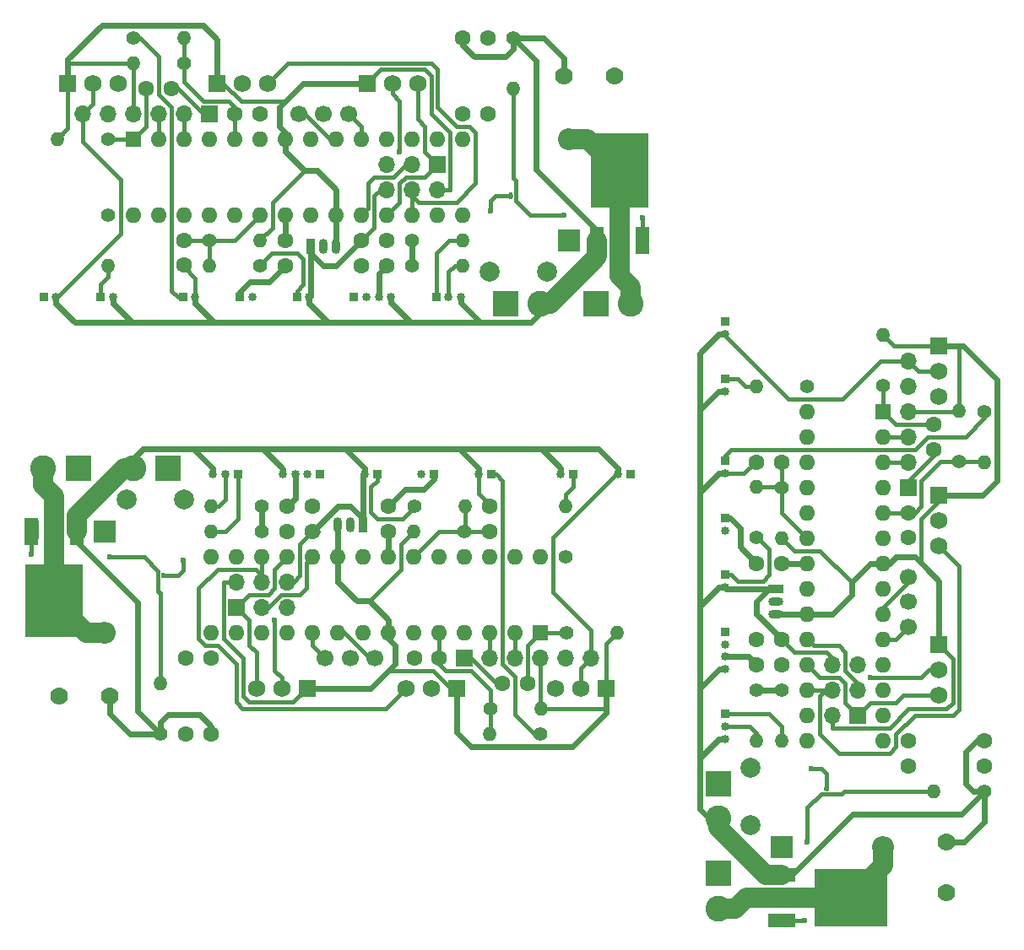
<source format=gbl>
%MOIN*%
%OFA0B0*%
%FSLAX46Y46*%
%IPPOS*%
%LPD*%
%AMREC10*
4,1,3,
0.043307086614173228,0.043307086614173242,
-0.043307086614173242,0.043307086614173228,
-0.043307086614173228,-0.043307086614173242,
0.043307086614173242,-0.043307086614173228,
0*%
%AMREC20*
4,1,3,
0.033464566929133854,0.033464566929133861,
-0.033464566929133861,0.033464566929133854,
-0.033464566929133854,-0.033464566929133861,
0.033464566929133861,-0.033464566929133854,
0*%
%AMREC30*
4,1,3,
0.03444881889763779,0.0344488188976378,
-0.0344488188976378,0.03444881889763779,
-0.03444881889763779,-0.0344488188976378,
0.0344488188976378,-0.03444881889763779,
0*%
%AMREC40*
4,1,3,
0.031496062992125984,0.031496062992125991,
-0.031496062992125991,0.031496062992125984,
-0.031496062992125984,-0.031496062992125991,
0.031496062992125991,-0.031496062992125984,
0*%
%AMREC50*
4,1,3,
0.051181102362204724,0.051181102362204738,
-0.051181102362204738,0.051181102362204724,
-0.051181102362204724,-0.051181102362204738,
0.051181102362204738,-0.051181102362204724,
0*%
%AMREC60*
4,1,3,
0.017716535433070862,0.029527559055118113,
-0.017716535433070873,0.029527559055118113,
-0.017716535433070862,-0.029527559055118113,
0.017716535433070873,-0.029527559055118113,
0*%
%AMREC70*
4,1,3,
0.016732283464566927,0.016732283464566931,
-0.016732283464566931,0.016732283464566927,
-0.016732283464566927,-0.016732283464566931,
0.016732283464566931,-0.016732283464566927,
0*%
%AMREC80*
4,1,3,
0.027559055118110232,0.053149606299212608,
-0.027559055118110239,0.053149606299212608,
-0.027559055118110232,-0.053149606299212608,
0.027559055118110239,-0.053149606299212608,
0*%
%AMREC90*
4,1,3,
0.11417322834645668,0.1456692913385827,
-0.11417322834645671,0.14566929133858267,
-0.11417322834645668,-0.1456692913385827,
0.11417322834645671,-0.14566929133858267,
0*%
%AMREC100*
4,1,3,
0.007874015748031496,0.011811023622047244,
-0.0078740157480314977,0.011811023622047244,
-0.007874015748031496,-0.011811023622047244,
0.0078740157480314977,-0.011811023622047244,
0*%
%ADD10C,0.0039370078740157488*%
%ADD11R,0.086614173228346469X0.086614173228346469*%
%ADD12O,0.086614173228346469X0.086614173228346469*%
%ADD13C,0.07874015748031496*%
%ADD14C,0.07*%
%ADD15R,0.066929133858267723X0.066929133858267723*%
%ADD16O,0.066929133858267723X0.066929133858267723*%
%ADD17C,0.068897637795275593*%
%ADD18R,0.068897637795275593X0.068897637795275593*%
%ADD19R,0.062992125984251982X0.062992125984251982*%
%ADD20O,0.062992125984251982X0.062992125984251982*%
%ADD21R,0.10236220472440946X0.10236220472440946*%
%ADD22C,0.10236220472440946*%
%ADD23C,0.066929133858267723*%
%ADD24C,0.055118110236220472*%
%ADD25O,0.055118110236220472X0.055118110236220472*%
%ADD26C,0.062992125984251982*%
%ADD27O,0.035433070866141732X0.059055118110236227*%
%ADD28R,0.035433070866141732X0.059055118110236227*%
%ADD29R,0.033464566929133861X0.033464566929133861*%
%ADD30C,0.033464566929133861*%
%ADD31R,0.055118110236220472X0.10629921259842522*%
%ADD32R,0.2283464566929134X0.29133858267716539*%
%ADD33R,0.015748031496062995X0.023622047244094488*%
%ADD34C,0.023622047244094488*%
%ADD35C,0.016*%
%ADD36C,0.024000000000000004*%
%ADD37C,0.08*%
%ADD38C,0.036000000000000004*%
%ADD49C,0.0039370078740157488*%
%AMCOMP37*
4,1,3,
0.043307086614173228,0.043307086614173242,
-0.043307086614173242,0.043307086614173228,
-0.043307086614173228,-0.043307086614173242,
0.043307086614173242,-0.043307086614173228,
0*%
%ADD50COMP37*%
%ADD51O,0.086614173228346469X0.086614173228346469*%
%ADD52C,0.07874015748031496*%
%ADD53C,0.07*%
%AMCOMP38*
4,1,3,
0.033464566929133854,0.033464566929133861,
-0.033464566929133861,0.033464566929133854,
-0.033464566929133854,-0.033464566929133861,
0.033464566929133861,-0.033464566929133854,
0*%
%ADD54COMP38*%
%ADD55O,0.066929133858267723X0.066929133858267723*%
%ADD56C,0.068897637795275593*%
%AMCOMP39*
4,1,3,
0.03444881889763779,0.0344488188976378,
-0.0344488188976378,0.03444881889763779,
-0.03444881889763779,-0.0344488188976378,
0.0344488188976378,-0.03444881889763779,
0*%
%ADD57COMP39*%
%AMCOMP40*
4,1,3,
0.031496062992125984,0.031496062992125991,
-0.031496062992125991,0.031496062992125984,
-0.031496062992125984,-0.031496062992125991,
0.031496062992125991,-0.031496062992125984,
0*%
%ADD58COMP40*%
%ADD59O,0.062992125984251982X0.062992125984251982*%
%AMCOMP41*
4,1,3,
0.051181102362204724,0.051181102362204738,
-0.051181102362204738,0.051181102362204724,
-0.051181102362204724,-0.051181102362204738,
0.051181102362204738,-0.051181102362204724,
0*%
%ADD60COMP41*%
%ADD61C,0.10236220472440946*%
%ADD62C,0.066929133858267723*%
%ADD63C,0.055118110236220472*%
%ADD64O,0.055118110236220472X0.055118110236220472*%
%ADD65C,0.062992125984251982*%
%ADD66O,0.035433070866141732X0.059055118110236227*%
%AMCOMP42*
4,1,3,
0.017716535433070862,0.029527559055118113,
-0.017716535433070873,0.029527559055118113,
-0.017716535433070862,-0.029527559055118113,
0.017716535433070873,-0.029527559055118113,
0*%
%ADD67COMP42*%
%AMCOMP43*
4,1,3,
0.016732283464566927,0.016732283464566931,
-0.016732283464566931,0.016732283464566927,
-0.016732283464566927,-0.016732283464566931,
0.016732283464566931,-0.016732283464566927,
0*%
%ADD68COMP43*%
%ADD69C,0.033464566929133861*%
%AMCOMP44*
4,1,3,
0.027559055118110232,0.053149606299212608,
-0.027559055118110239,0.053149606299212608,
-0.027559055118110232,-0.053149606299212608,
0.027559055118110239,-0.053149606299212608,
0*%
%ADD70COMP44*%
%AMCOMP45*
4,1,3,
0.11417322834645668,0.1456692913385827,
-0.11417322834645671,0.14566929133858267,
-0.11417322834645668,-0.1456692913385827,
0.11417322834645671,-0.14566929133858267,
0*%
%ADD71COMP45*%
%AMCOMP46*
4,1,3,
0.007874015748031496,0.011811023622047244,
-0.0078740157480314977,0.011811023622047244,
-0.007874015748031496,-0.011811023622047244,
0.0078740157480314977,-0.011811023622047244,
0*%
%ADD72COMP46*%
%ADD73C,0.023622047244094488*%
%ADD74C,0.016*%
%ADD75C,0.024000000000000004*%
%ADD76C,0.08*%
%ADD77C,0.036000000000000004*%
%ADD78C,0.0039370078740157488*%
%ADD79R,0.086614173228346469X0.086614173228346469*%
%ADD80O,0.086614173228346469X0.086614173228346469*%
%ADD81C,0.07874015748031496*%
%ADD82C,0.07*%
%ADD83R,0.066929133858267723X0.066929133858267723*%
%ADD84O,0.066929133858267723X0.066929133858267723*%
%ADD85C,0.068897637795275593*%
%ADD86R,0.068897637795275593X0.068897637795275593*%
%ADD87R,0.062992125984251982X0.062992125984251982*%
%ADD88O,0.062992125984251982X0.062992125984251982*%
%ADD89R,0.10236220472440946X0.10236220472440946*%
%ADD90C,0.10236220472440946*%
%ADD91C,0.066929133858267723*%
%ADD92C,0.055118110236220472*%
%ADD93O,0.055118110236220472X0.055118110236220472*%
%ADD94C,0.062992125984251982*%
%ADD95O,0.059055118110236227X0.035433070866141732*%
%ADD96R,0.059055118110236227X0.035433070866141732*%
%ADD97R,0.033464566929133861X0.033464566929133861*%
%ADD98C,0.033464566929133861*%
%ADD99R,0.10629921259842522X0.055118110236220472*%
%ADD100R,0.29133858267716539X0.2283464566929134*%
%ADD101R,0.023622047244094488X0.015748031496062995*%
%ADD102C,0.023622047244094488*%
%ADD103C,0.016*%
%ADD104C,0.024000000000000004*%
%ADD105C,0.08*%
%ADD106C,0.036000000000000004*%
G01*
D10*
D11*
X-0004606299Y0005275590D02*
X0000343307Y0001629330D03*
D12*
X0000343307Y0001229330D03*
D13*
X0000429133Y0001754330D03*
X0000657480Y0001754330D03*
D14*
X0000363307Y0000979330D03*
X0000163307Y0000979330D03*
D15*
X0001763307Y0001129330D03*
D16*
X0001863307Y0001129330D03*
X0001963307Y0001129330D03*
X0002063307Y0001129330D03*
X0002163307Y0001129330D03*
X0002263307Y0001129330D03*
D17*
X0002122755Y0001009251D03*
X0002222755Y0001009251D03*
D18*
X0002322755Y0001009251D03*
D19*
X0002063307Y0001229330D03*
D20*
X0000763307Y0001529330D03*
X0001963307Y0001229330D03*
X0000863307Y0001529330D03*
X0001863307Y0001229330D03*
X0000963307Y0001529330D03*
X0001763307Y0001229330D03*
X0001063307Y0001529330D03*
X0001663307Y0001229330D03*
X0001163307Y0001529330D03*
X0001563307Y0001229330D03*
X0001263307Y0001529330D03*
X0001463307Y0001229330D03*
X0001363307Y0001529330D03*
X0001363307Y0001229330D03*
X0001463307Y0001529330D03*
X0001263307Y0001229330D03*
X0001563307Y0001529330D03*
X0001163307Y0001229330D03*
X0001663307Y0001529330D03*
X0001063307Y0001229330D03*
X0001763307Y0001529330D03*
X0000963307Y0001229330D03*
X0001863307Y0001529330D03*
X0000863307Y0001229330D03*
X0001963307Y0001529330D03*
X0000763307Y0001229330D03*
X0002063307Y0001529330D03*
D21*
X0000593307Y0001879330D03*
D22*
X0000455511Y0001879330D03*
D21*
X0000238307Y0001879330D03*
D22*
X0000100511Y0001879330D03*
D23*
X0001213307Y0001129330D03*
X0001311732Y0001129330D03*
X0001410157Y0001129330D03*
D24*
X0001864881Y0000929330D03*
D25*
X0002064881Y0000929330D03*
D24*
X0002061732Y0000829330D03*
D25*
X0001861732Y0000829330D03*
D26*
X0001463307Y0001729330D03*
X0001463307Y0001630905D03*
X0001163307Y0001729330D03*
X0001163307Y0001630905D03*
X0001663307Y0001129330D03*
X0001564881Y0001129330D03*
D27*
X0001313307Y0001654330D03*
X0001263307Y0001654330D03*
D28*
X0001363307Y0001654330D03*
D26*
X0001063307Y0001729330D03*
X0001063307Y0001630905D03*
X0001913307Y0001029330D03*
X0002011732Y0001029330D03*
D24*
X0002164881Y0001229330D03*
D25*
X0002364881Y0001229330D03*
D26*
X0001863307Y0001629330D03*
X0001863307Y0001727755D03*
D24*
X0001564881Y0001729330D03*
D25*
X0001764881Y0001729330D03*
D24*
X0001761732Y0001629330D03*
D25*
X0001561732Y0001629330D03*
D17*
X0001532204Y0001009251D03*
X0001632204Y0001009251D03*
D18*
X0001732204Y0001009251D03*
D17*
X0000941653Y0001009251D03*
X0001041653Y0001009251D03*
D18*
X0001141653Y0001009251D03*
D24*
X0000961732Y0001629330D03*
D25*
X0000761732Y0001629330D03*
D24*
X0000961732Y0001729330D03*
D25*
X0000761732Y0001729330D03*
D24*
X0002163307Y0001530905D03*
D25*
X0002163307Y0001730905D03*
D26*
X0000663307Y0001129330D03*
X0000663307Y0000829330D03*
X0000763307Y0001129330D03*
X0000763307Y0000829330D03*
D24*
X0000563307Y0000830905D03*
D25*
X0000563307Y0001030905D03*
D15*
X0000863307Y0001329330D03*
D16*
X0000863307Y0001429330D03*
X0000963307Y0001329330D03*
X0000963307Y0001429330D03*
X0001063307Y0001329330D03*
X0001063307Y0001429330D03*
D29*
X0001643307Y0001854330D03*
D30*
X0001594094Y0001854330D03*
D29*
X0001193307Y0001854330D03*
D30*
X0001144094Y0001854330D03*
X0001094881Y0001854330D03*
X0001045669Y0001854330D03*
D29*
X0001418307Y0001854330D03*
D30*
X0001369094Y0001854330D03*
D29*
X0002418307Y0001854330D03*
D30*
X0002369094Y0001854330D03*
D29*
X0001868307Y0001854330D03*
D30*
X0001819094Y0001854330D03*
D29*
X0000868307Y0001854330D03*
D30*
X0000819094Y0001854330D03*
X0000769881Y0001854330D03*
D31*
X0000053543Y0001629527D03*
X0000233070Y0001629527D03*
D32*
X0000143307Y0001354645D03*
D33*
X0000573149Y0001454330D03*
X0000553464Y0001454330D03*
D29*
X0002193307Y0001854330D03*
D30*
X0002144094Y0001854330D03*
D34*
X0001013307Y0001279330D03*
X0000053307Y0001539330D03*
X0000363307Y0001529330D03*
X0000653307Y0001514330D03*
D35*
X0002063307Y0001229330D02*
X0002164881Y0001229330D01*
X0002063307Y0001229330D02*
X0002013307Y0001179330D01*
X0002013307Y0001179330D02*
X0002013307Y0001030905D01*
X0002013307Y0001030905D02*
X0002011732Y0001029330D01*
D36*
X0000233070Y0001629527D02*
X0000233070Y0001589566D01*
X0000233070Y0001589566D02*
X0000473307Y0001349330D01*
X0000473307Y0000920905D02*
X0000563307Y0000830905D01*
X0000473307Y0001349330D02*
X0000473307Y0000920905D01*
D35*
X0002369094Y0001854330D02*
X0002363307Y0001854330D01*
X0002363307Y0001854330D02*
X0002113307Y0001604330D01*
X0002263307Y0001239330D02*
X0002263307Y0001129330D01*
X0002113307Y0001389330D02*
X0002263307Y0001239330D01*
X0002113307Y0001604330D02*
X0002113307Y0001389330D01*
D36*
X0001363307Y0001654330D02*
X0001363307Y0001848543D01*
X0001363307Y0001848543D02*
X0001369094Y0001854330D01*
D35*
X0001863307Y0001727755D02*
X0001863307Y0001734330D01*
X0001863307Y0001734330D02*
X0001819094Y0001778543D01*
X0001819094Y0001778543D02*
X0001819094Y0001854330D01*
D36*
X0000769881Y0001854330D02*
X0000769881Y0001877755D01*
X0000769881Y0001877755D02*
X0000693307Y0001954330D01*
X0001045669Y0001854330D02*
X0001045669Y0001876968D01*
X0001045669Y0001876968D02*
X0000968307Y0001954330D01*
X0001369094Y0001854330D02*
X0001369094Y0001878543D01*
X0001369094Y0001878543D02*
X0001293307Y0001954330D01*
X0001819094Y0001854330D02*
X0001819094Y0001878543D01*
X0001819094Y0001878543D02*
X0001743307Y0001954330D01*
X0002144094Y0001854330D02*
X0002144094Y0001878543D01*
X0002144094Y0001878543D02*
X0002068307Y0001954330D01*
X0000455511Y0001879330D02*
X0000455511Y0001916535D01*
X0000455511Y0001916535D02*
X0000493307Y0001954330D01*
X0002369094Y0001878543D02*
X0002369094Y0001854330D01*
X0002293307Y0001954330D02*
X0002369094Y0001878543D01*
X0000493307Y0001954330D02*
X0000693307Y0001954330D01*
X0000693307Y0001954330D02*
X0000968307Y0001954330D01*
X0000968307Y0001954330D02*
X0001293307Y0001954330D01*
X0001293307Y0001954330D02*
X0001743307Y0001954330D01*
X0001743307Y0001954330D02*
X0002068307Y0001954330D01*
X0002068307Y0001954330D02*
X0002293307Y0001954330D01*
X0000563307Y0000830905D02*
X0000563307Y0000874330D01*
X0000718307Y0000904330D02*
X0000763307Y0000859330D01*
X0000593307Y0000904330D02*
X0000718307Y0000904330D01*
X0000563307Y0000874330D02*
X0000593307Y0000904330D01*
X0000763307Y0000859330D02*
X0000763307Y0000829330D01*
D37*
X0000233070Y0001629527D02*
X0000233070Y0001694094D01*
X0000233070Y0001694094D02*
X0000418307Y0001879330D01*
X0000418307Y0001879330D02*
X0000455511Y0001879330D01*
D38*
X0000238267Y0001624330D02*
X0000233070Y0001629527D01*
D36*
X0000363307Y0000979330D02*
X0000363307Y0000909330D01*
X0000363307Y0000909330D02*
X0000441732Y0000830905D01*
X0000441732Y0000830905D02*
X0000563307Y0000830905D01*
D35*
X0001041653Y0001050984D02*
X0001041653Y0001009251D01*
X0001013307Y0001079330D02*
X0001041653Y0001050984D01*
X0001013307Y0001279330D02*
X0001013307Y0001079330D01*
D36*
X0001163307Y0001630905D02*
X0001164881Y0001630905D01*
X0001164881Y0001630905D02*
X0001263307Y0001729330D01*
X0001313307Y0001729330D02*
X0001363307Y0001679330D01*
X0001263307Y0001729330D02*
X0001313307Y0001729330D01*
X0001363307Y0001679330D02*
X0001363307Y0001654330D01*
D35*
X0001063307Y0001429330D02*
X0001088307Y0001429330D01*
X0001088307Y0001429330D02*
X0001113307Y0001454330D01*
X0001113307Y0001454330D02*
X0001113307Y0001580905D01*
X0001113307Y0001580905D02*
X0001163307Y0001630905D01*
D36*
X0001363307Y0001679330D02*
X0001363307Y0001654330D01*
X0001463307Y0001630905D02*
X0001463307Y0001529330D01*
D35*
X0002222755Y0001009251D02*
X0002222755Y0001088779D01*
X0002222755Y0001088779D02*
X0002263307Y0001129330D01*
X0001186732Y0001630905D02*
X0001163307Y0001630905D01*
X0001761732Y0001629330D02*
X0001863307Y0001629330D01*
X0001563307Y0001529330D02*
X0001663307Y0001629330D01*
X0001663307Y0001629330D02*
X0001761732Y0001629330D01*
X0001764881Y0001729330D02*
X0001764881Y0001632480D01*
X0001764881Y0001632480D02*
X0001761732Y0001629330D01*
X0000761732Y0001629330D02*
X0000818307Y0001629330D01*
X0000818307Y0001629330D02*
X0000868307Y0001679330D01*
X0000868307Y0001679330D02*
X0000868307Y0001854330D01*
X0000363307Y0001529330D02*
X0000498307Y0001529330D01*
X0000053307Y0001539330D02*
X0000053543Y0001539566D01*
X0000053543Y0001629527D02*
X0000053543Y0001539566D01*
X0000553464Y0001474173D02*
X0000553464Y0001454330D01*
X0000498307Y0001529330D02*
X0000553464Y0001474173D01*
X0000563307Y0001124330D02*
X0000563307Y0001384330D01*
X0000563307Y0001030905D02*
X0000563307Y0001124330D01*
X0000553464Y0001394173D02*
X0000553464Y0001454330D01*
X0000563307Y0001384330D02*
X0000553464Y0001394173D01*
X0000073543Y0001604527D02*
X0000073543Y0001669094D01*
X0001864881Y0000929330D02*
X0001864881Y0000832480D01*
X0001864881Y0000832480D02*
X0001861732Y0000829330D01*
X0001663307Y0001129330D02*
X0001663307Y0001104330D01*
X0001663307Y0001104330D02*
X0001688307Y0001079330D01*
X0001864881Y0001002755D02*
X0001864881Y0000929330D01*
X0001788307Y0001079330D02*
X0001864881Y0001002755D01*
X0001688307Y0001079330D02*
X0001788307Y0001079330D01*
X0001663307Y0001229330D02*
X0001663307Y0001129330D01*
X0000988307Y0001329330D02*
X0001038307Y0001379330D01*
X0001138307Y0001504330D02*
X0001163307Y0001529330D01*
X0001138307Y0001404330D02*
X0001138307Y0001504330D01*
X0001113307Y0001379330D02*
X0001138307Y0001404330D01*
X0001038307Y0001379330D02*
X0001113307Y0001379330D01*
X0000913307Y0001179330D02*
X0000913307Y0001279330D01*
X0000913307Y0001179330D02*
X0000941653Y0001150984D01*
X0000941653Y0001009251D02*
X0000941653Y0001150984D01*
X0000913307Y0001279330D02*
X0000863307Y0001329330D01*
X0001063307Y0001529330D02*
X0001013307Y0001479330D01*
X0000913307Y0001379330D02*
X0000863307Y0001329330D01*
X0000988307Y0001379330D02*
X0000913307Y0001379330D01*
X0001013307Y0001404330D02*
X0000988307Y0001379330D01*
X0001013307Y0001479330D02*
X0001013307Y0001404330D01*
D36*
X0001094881Y0001854330D02*
X0001094881Y0001760905D01*
X0001094881Y0001760905D02*
X0001063307Y0001729330D01*
X0001263307Y0001654330D02*
X0001263307Y0001529330D01*
X0000961732Y0001729330D02*
X0000961732Y0001629330D01*
D35*
X0001732204Y0001009251D02*
X0001708385Y0001009251D01*
X0001708385Y0001009251D02*
X0001638307Y0001079330D01*
X0001463307Y0001079330D02*
X0001438307Y0001054330D01*
X0001638307Y0001079330D02*
X0001463307Y0001079330D01*
X0000863307Y0001429330D02*
X0000813307Y0001429330D01*
X0001086732Y0000954330D02*
X0001141653Y0001009251D01*
X0000913307Y0000954330D02*
X0001086732Y0000954330D01*
X0000888307Y0000979330D02*
X0000913307Y0000954330D01*
X0000888307Y0001129330D02*
X0000888307Y0000979330D01*
X0000813307Y0001204330D02*
X0000888307Y0001129330D01*
X0000813307Y0001254330D02*
X0000813307Y0001204330D01*
X0000813307Y0001429330D02*
X0000813307Y0001254330D01*
X0000961732Y0001629330D02*
X0000961732Y0001627755D01*
X0001561732Y0001629330D02*
X0001561732Y0001627755D01*
X0001561732Y0001627755D02*
X0001513307Y0001579330D01*
X0001513307Y0001579330D02*
X0001513307Y0001479330D01*
X0001513307Y0001479330D02*
X0001388307Y0001354330D01*
X0002322755Y0001009251D02*
X0002322755Y0001187204D01*
X0002322755Y0001187204D02*
X0002364881Y0001229330D01*
D36*
X0001732204Y0001009251D02*
X0001732204Y0000835433D01*
X0002322755Y0000913779D02*
X0002322755Y0001009251D01*
X0002188307Y0000779330D02*
X0002322755Y0000913779D01*
X0001788307Y0000779330D02*
X0002188307Y0000779330D01*
X0001732204Y0000835433D02*
X0001788307Y0000779330D01*
D35*
X0001732204Y0001009251D02*
X0001732204Y0000998228D01*
X0002322755Y0001009251D02*
X0002322755Y0000938779D01*
X0002322755Y0000938779D02*
X0002313307Y0000929330D01*
X0002313307Y0000929330D02*
X0002064881Y0000929330D01*
X0002063307Y0001129330D02*
X0002063307Y0000930905D01*
X0002063307Y0000930905D02*
X0002064881Y0000929330D01*
D36*
X0001463307Y0001229330D02*
X0001463307Y0001204330D01*
X0001463307Y0001204330D02*
X0001488307Y0001179330D01*
X0001393228Y0001009251D02*
X0001141653Y0001009251D01*
X0001488307Y0001104330D02*
X0001438307Y0001054330D01*
X0001438307Y0001054330D02*
X0001393228Y0001009251D01*
X0001488307Y0001179330D02*
X0001488307Y0001104330D01*
X0001263307Y0001529330D02*
X0001263307Y0001429330D01*
X0001338307Y0001354330D02*
X0001388307Y0001354330D01*
X0001263307Y0001429330D02*
X0001338307Y0001354330D01*
X0001388307Y0001354330D02*
X0001463307Y0001279330D01*
X0001463307Y0001279330D02*
X0001463307Y0001229330D01*
D35*
X0001263307Y0001229330D02*
X0001288307Y0001229330D01*
X0001288307Y0001229330D02*
X0001388307Y0001129330D01*
X0001388307Y0001129330D02*
X0001410157Y0001129330D01*
X0001163307Y0001229330D02*
X0001163307Y0001179330D01*
X0001163307Y0001179330D02*
X0001213307Y0001129330D01*
X0000913307Y0000930456D02*
X0000887181Y0000930456D01*
X0000713307Y0001204330D02*
X0000738307Y0001179330D01*
X0000738307Y0001179330D02*
X0000788307Y0001179330D01*
X0000788307Y0001179330D02*
X0000863307Y0001104330D01*
X0000863307Y0001104330D02*
X0000863307Y0001004330D01*
X0000863307Y0001004330D02*
X0000863307Y0000979330D01*
X0000938307Y0001479330D02*
X0000788307Y0001479330D01*
X0000788307Y0001479330D02*
X0000713307Y0001404330D01*
X0000938307Y0001479330D02*
X0000963307Y0001454330D01*
X0000713307Y0001404330D02*
X0000713307Y0001204330D01*
X0000863307Y0000954330D02*
X0000863307Y0000979330D01*
X0000887181Y0000930456D02*
X0000863307Y0000954330D01*
X0001363307Y0000929330D02*
X0001452283Y0000929330D01*
X0000913307Y0000930456D02*
X0001362181Y0000930456D01*
X0001362181Y0000930456D02*
X0001363307Y0000929330D01*
X0001452283Y0000929330D02*
X0001532204Y0001009251D01*
X0000963307Y0001429330D02*
X0000963307Y0001454330D01*
X0000963307Y0001529330D02*
X0000963307Y0001429330D01*
X0001963307Y0001129330D02*
X0001963307Y0001229330D01*
X0001863307Y0001129330D02*
X0001863307Y0001229330D01*
X0001763307Y0001129330D02*
X0001788307Y0001129330D01*
X0001788307Y0001129330D02*
X0001888307Y0001029330D01*
X0001888307Y0001029330D02*
X0001913307Y0001029330D01*
X0001868307Y0001854330D02*
X0001888307Y0001854330D01*
X0001913307Y0001104330D02*
X0001913307Y0001829330D01*
X0001963307Y0001054330D02*
X0001913307Y0001104330D01*
X0001963307Y0000904330D02*
X0001963307Y0001054330D01*
X0001963307Y0000904330D02*
X0002038307Y0000829330D01*
X0001888307Y0001854330D02*
X0001913307Y0001829330D01*
X0002061732Y0000829330D02*
X0002038307Y0000829330D01*
X0001564881Y0001729330D02*
X0001564881Y0001725905D01*
X0001564881Y0001725905D02*
X0001518307Y0001679330D01*
X0001418307Y0001829330D02*
X0001418307Y0001854330D01*
X0001393307Y0001804330D02*
X0001418307Y0001829330D01*
X0001393307Y0001704330D02*
X0001393307Y0001804330D01*
X0001418307Y0001679330D02*
X0001393307Y0001704330D01*
X0001518307Y0001679330D02*
X0001418307Y0001679330D01*
X0001564881Y0001729330D02*
X0001563307Y0001729330D01*
X0000761732Y0001729330D02*
X0000793307Y0001729330D01*
X0000819094Y0001755118D02*
X0000819094Y0001854330D01*
X0000793307Y0001729330D02*
X0000819094Y0001755118D01*
D37*
X0000343307Y0001229330D02*
X0000268622Y0001229330D01*
X0000268622Y0001229330D02*
X0000143307Y0001354645D01*
X0000100511Y0001879330D02*
X0000100511Y0001812125D01*
X0000143307Y0001769330D02*
X0000143307Y0001354645D01*
X0000100511Y0001812125D02*
X0000143307Y0001769330D01*
D36*
X0001463307Y0001729330D02*
X0001528307Y0001794330D01*
X0001643307Y0001834330D02*
X0001643307Y0001854330D01*
X0001603307Y0001794330D02*
X0001643307Y0001834330D01*
X0001528307Y0001794330D02*
X0001603307Y0001794330D01*
D35*
X0000573149Y0001454330D02*
X0000633307Y0001454330D01*
X0000653307Y0001514330D02*
X0000653307Y0001494330D01*
X0000653307Y0001474330D02*
X0000653307Y0001494330D01*
X0000633307Y0001454330D02*
X0000653307Y0001474330D01*
X0002163307Y0001730905D02*
X0002163307Y0001774330D01*
X0002193307Y0001804330D02*
X0002193307Y0001854330D01*
X0002163307Y0001774330D02*
X0002193307Y0001804330D01*
G04 next file*
G04 #@! TF.FileFunction,Copper,L2,Bot,Signal*
G04 Gerber Fmt 4.6, Leading zero omitted, Abs format (unit mm)*
G04 Created by KiCad (PCBNEW 4.0.7) date 08/08/19 19:02:58*
G01*
G04 APERTURE LIST*
G04 APERTURE END LIST*
D49*
D50*
X0007125984Y-0000866141D02*
X0002176377Y0002780118D03*
D51*
X0002176377Y0003180118D03*
D52*
X0002090551Y0002655118D03*
X0001862204Y0002655118D03*
D53*
X0002156377Y0003430118D03*
X0002356377Y0003430118D03*
D54*
X0000756377Y0003280118D03*
D55*
X0000656377Y0003280118D03*
X0000556377Y0003280118D03*
X0000456377Y0003280118D03*
X0000356377Y0003280118D03*
X0000256377Y0003280118D03*
D56*
X0000396929Y0003400196D03*
X0000296929Y0003400196D03*
D57*
X0000196929Y0003400196D03*
D58*
X0000456377Y0003180118D03*
D59*
X0001756377Y0002880118D03*
X0000556377Y0003180118D03*
X0001656377Y0002880118D03*
X0000656377Y0003180118D03*
X0001556377Y0002880118D03*
X0000756377Y0003180118D03*
X0001456377Y0002880118D03*
X0000856377Y0003180118D03*
X0001356377Y0002880118D03*
X0000956377Y0003180118D03*
X0001256377Y0002880118D03*
X0001056377Y0003180118D03*
X0001156377Y0002880118D03*
X0001156377Y0003180118D03*
X0001056377Y0002880118D03*
X0001256377Y0003180118D03*
X0000956377Y0002880118D03*
X0001356377Y0003180118D03*
X0000856377Y0002880118D03*
X0001456377Y0003180118D03*
X0000756377Y0002880118D03*
X0001556377Y0003180118D03*
X0000656377Y0002880118D03*
X0001656377Y0003180118D03*
X0000556377Y0002880118D03*
X0001756377Y0003180118D03*
X0000456377Y0002880118D03*
D60*
X0001926377Y0002530118D03*
D61*
X0002064173Y0002530118D03*
D60*
X0002281377Y0002530118D03*
D61*
X0002419173Y0002530118D03*
D62*
X0001306377Y0003280118D03*
X0001207952Y0003280118D03*
X0001109527Y0003280118D03*
D63*
X0000654803Y0003480118D03*
D64*
X0000454803Y0003480118D03*
D63*
X0000457952Y0003580118D03*
D64*
X0000657952Y0003580118D03*
D65*
X0001056377Y0002680118D03*
X0001056377Y0002778543D03*
X0001356377Y0002680118D03*
X0001356377Y0002778543D03*
X0000856377Y0003280118D03*
X0000954803Y0003280118D03*
D66*
X0001206377Y0002755118D03*
X0001256377Y0002755118D03*
D67*
X0001156377Y0002755118D03*
D65*
X0001456377Y0002680118D03*
X0001456377Y0002778543D03*
X0000606377Y0003380118D03*
X0000507952Y0003380118D03*
D63*
X0000354803Y0003180118D03*
D64*
X0000154803Y0003180118D03*
D65*
X0000656377Y0002780118D03*
X0000656377Y0002681692D03*
D63*
X0000954803Y0002680118D03*
D64*
X0000754803Y0002680118D03*
D63*
X0000757952Y0002780118D03*
D64*
X0000957952Y0002780118D03*
D56*
X0000987480Y0003400196D03*
X0000887480Y0003400196D03*
D57*
X0000787480Y0003400196D03*
D56*
X0001578031Y0003400196D03*
X0001478031Y0003400196D03*
D57*
X0001378031Y0003400196D03*
D63*
X0001557952Y0002780118D03*
D64*
X0001757952Y0002780118D03*
D63*
X0001557952Y0002680118D03*
D64*
X0001757952Y0002680118D03*
D63*
X0000356377Y0002878543D03*
D64*
X0000356377Y0002678543D03*
D65*
X0001856377Y0003280118D03*
X0001856377Y0003580118D03*
X0001756377Y0003280118D03*
X0001756377Y0003580118D03*
D63*
X0001956377Y0003578543D03*
D64*
X0001956377Y0003378543D03*
D54*
X0001656377Y0003080118D03*
D55*
X0001656377Y0002980118D03*
X0001556377Y0003080118D03*
X0001556377Y0002980118D03*
X0001456377Y0003080118D03*
X0001456377Y0002980118D03*
D68*
X0000876377Y0002555118D03*
D69*
X0000925590Y0002555118D03*
D68*
X0001326377Y0002555118D03*
D69*
X0001375590Y0002555118D03*
X0001424803Y0002555118D03*
X0001474015Y0002555118D03*
D68*
X0001101377Y0002555118D03*
D69*
X0001150590Y0002555118D03*
D68*
X0000101377Y0002555118D03*
D69*
X0000150590Y0002555118D03*
D68*
X0000651377Y0002555118D03*
D69*
X0000700590Y0002555118D03*
D68*
X0001651377Y0002555118D03*
D69*
X0001700590Y0002555118D03*
X0001749803Y0002555118D03*
D70*
X0002466141Y0002779921D03*
X0002286614Y0002779921D03*
D71*
X0002376377Y0003054803D03*
D72*
X0001946535Y0002955118D03*
X0001966220Y0002955118D03*
D68*
X0000326377Y0002555118D03*
D69*
X0000375590Y0002555118D03*
D73*
X0001506377Y0003130118D03*
X0002466377Y0002870118D03*
X0002156377Y0002880118D03*
X0001866377Y0002895118D03*
D74*
X0000456377Y0003180118D02*
X0000354803Y0003180118D01*
X0000456377Y0003180118D02*
X0000506377Y0003230118D01*
X0000506377Y0003230118D02*
X0000506377Y0003378543D01*
X0000506377Y0003378543D02*
X0000507952Y0003380118D01*
D75*
X0002286614Y0002779921D02*
X0002286614Y0002819881D01*
X0002286614Y0002819881D02*
X0002046377Y0003060118D01*
X0002046377Y0003488543D02*
X0001956377Y0003578543D01*
X0002046377Y0003060118D02*
X0002046377Y0003488543D01*
D74*
X0000150590Y0002555118D02*
X0000156377Y0002555118D01*
X0000156377Y0002555118D02*
X0000406377Y0002805118D01*
X0000256377Y0003170118D02*
X0000256377Y0003280118D01*
X0000406377Y0003020118D02*
X0000256377Y0003170118D01*
X0000406377Y0002805118D02*
X0000406377Y0003020118D01*
D75*
X0001156377Y0002755118D02*
X0001156377Y0002560905D01*
X0001156377Y0002560905D02*
X0001150590Y0002555118D01*
D74*
X0000656377Y0002681692D02*
X0000656377Y0002675118D01*
X0000656377Y0002675118D02*
X0000700590Y0002630905D01*
X0000700590Y0002630905D02*
X0000700590Y0002555118D01*
D75*
X0001749803Y0002555118D02*
X0001749803Y0002531692D01*
X0001749803Y0002531692D02*
X0001826377Y0002455118D01*
X0001474015Y0002555118D02*
X0001474015Y0002532480D01*
X0001474015Y0002532480D02*
X0001551377Y0002455118D01*
X0001150590Y0002555118D02*
X0001150590Y0002530905D01*
X0001150590Y0002530905D02*
X0001226377Y0002455118D01*
X0000700590Y0002555118D02*
X0000700590Y0002530905D01*
X0000700590Y0002530905D02*
X0000776377Y0002455118D01*
X0000375590Y0002555118D02*
X0000375590Y0002530905D01*
X0000375590Y0002530905D02*
X0000451377Y0002455118D01*
X0002064173Y0002530118D02*
X0002064173Y0002492913D01*
X0002064173Y0002492913D02*
X0002026377Y0002455118D01*
X0000150590Y0002530905D02*
X0000150590Y0002555118D01*
X0000226377Y0002455118D02*
X0000150590Y0002530905D01*
X0002026377Y0002455118D02*
X0001826377Y0002455118D01*
X0001826377Y0002455118D02*
X0001551377Y0002455118D01*
X0001551377Y0002455118D02*
X0001226377Y0002455118D01*
X0001226377Y0002455118D02*
X0000776377Y0002455118D01*
X0000776377Y0002455118D02*
X0000451377Y0002455118D01*
X0000451377Y0002455118D02*
X0000226377Y0002455118D01*
X0001956377Y0003578543D02*
X0001956377Y0003535118D01*
X0001801377Y0003505118D02*
X0001756377Y0003550118D01*
X0001926377Y0003505118D02*
X0001801377Y0003505118D01*
X0001956377Y0003535118D02*
X0001926377Y0003505118D01*
X0001756377Y0003550118D02*
X0001756377Y0003580118D01*
D76*
X0002286614Y0002779921D02*
X0002286614Y0002715354D01*
X0002286614Y0002715354D02*
X0002101377Y0002530118D01*
X0002101377Y0002530118D02*
X0002064173Y0002530118D01*
D77*
X0002281417Y0002785118D02*
X0002286614Y0002779921D01*
D75*
X0002156377Y0003430118D02*
X0002156377Y0003500118D01*
X0002156377Y0003500118D02*
X0002077952Y0003578543D01*
X0002077952Y0003578543D02*
X0001956377Y0003578543D01*
D74*
X0001478031Y0003358464D02*
X0001478031Y0003400196D01*
X0001506377Y0003330118D02*
X0001478031Y0003358464D01*
X0001506377Y0003130118D02*
X0001506377Y0003330118D01*
D75*
X0001356377Y0002778543D02*
X0001354803Y0002778543D01*
X0001354803Y0002778543D02*
X0001256377Y0002680118D01*
X0001206377Y0002680118D02*
X0001156377Y0002730118D01*
X0001256377Y0002680118D02*
X0001206377Y0002680118D01*
X0001156377Y0002730118D02*
X0001156377Y0002755118D01*
D74*
X0001456377Y0002980118D02*
X0001431377Y0002980118D01*
X0001431377Y0002980118D02*
X0001406377Y0002955118D01*
X0001406377Y0002955118D02*
X0001406377Y0002828543D01*
X0001406377Y0002828543D02*
X0001356377Y0002778543D01*
D75*
X0001156377Y0002730118D02*
X0001156377Y0002755118D01*
X0001056377Y0002778543D02*
X0001056377Y0002880118D01*
D74*
X0000296929Y0003400196D02*
X0000296929Y0003320669D01*
X0000296929Y0003320669D02*
X0000256377Y0003280118D01*
X0001332952Y0002778543D02*
X0001356377Y0002778543D01*
X0000757952Y0002780118D02*
X0000656377Y0002780118D01*
X0000956377Y0002880118D02*
X0000856377Y0002780118D01*
X0000856377Y0002780118D02*
X0000757952Y0002780118D01*
X0000754803Y0002680118D02*
X0000754803Y0002776968D01*
X0000754803Y0002776968D02*
X0000757952Y0002780118D01*
X0001757952Y0002780118D02*
X0001701377Y0002780118D01*
X0001701377Y0002780118D02*
X0001651377Y0002730118D01*
X0001651377Y0002730118D02*
X0001651377Y0002555118D01*
X0002156377Y0002880118D02*
X0002021377Y0002880118D01*
X0002466377Y0002870118D02*
X0002466141Y0002869881D01*
X0002466141Y0002779921D02*
X0002466141Y0002869881D01*
X0001966220Y0002935275D02*
X0001966220Y0002955118D01*
X0002021377Y0002880118D02*
X0001966220Y0002935275D01*
X0001956377Y0003285118D02*
X0001956377Y0003025118D01*
X0001956377Y0003378543D02*
X0001956377Y0003285118D01*
X0001966220Y0003015275D02*
X0001966220Y0002955118D01*
X0001956377Y0003025118D02*
X0001966220Y0003015275D01*
X0002446141Y0002804921D02*
X0002446141Y0002740354D01*
X0000654803Y0003480118D02*
X0000654803Y0003576968D01*
X0000654803Y0003576968D02*
X0000657952Y0003580118D01*
X0000856377Y0003280118D02*
X0000856377Y0003305118D01*
X0000856377Y0003305118D02*
X0000831377Y0003330118D01*
X0000654803Y0003406692D02*
X0000654803Y0003480118D01*
X0000731377Y0003330118D02*
X0000654803Y0003406692D01*
X0000831377Y0003330118D02*
X0000731377Y0003330118D01*
X0000856377Y0003180118D02*
X0000856377Y0003280118D01*
X0001531377Y0003080118D02*
X0001481377Y0003030118D01*
X0001381377Y0002905118D02*
X0001356377Y0002880118D01*
X0001381377Y0003005118D02*
X0001381377Y0002905118D01*
X0001406377Y0003030118D02*
X0001381377Y0003005118D01*
X0001481377Y0003030118D02*
X0001406377Y0003030118D01*
X0001606377Y0003230118D02*
X0001606377Y0003130118D01*
X0001606377Y0003230118D02*
X0001578031Y0003258464D01*
X0001578031Y0003400196D02*
X0001578031Y0003258464D01*
X0001606377Y0003130118D02*
X0001656377Y0003080118D01*
X0001456377Y0002880118D02*
X0001506377Y0002930118D01*
X0001606377Y0003030118D02*
X0001656377Y0003080118D01*
X0001531377Y0003030118D02*
X0001606377Y0003030118D01*
X0001506377Y0003005118D02*
X0001531377Y0003030118D01*
X0001506377Y0002930118D02*
X0001506377Y0003005118D01*
D75*
X0001424803Y0002555118D02*
X0001424803Y0002648543D01*
X0001424803Y0002648543D02*
X0001456377Y0002680118D01*
X0001256377Y0002755118D02*
X0001256377Y0002880118D01*
X0001557952Y0002680118D02*
X0001557952Y0002780118D01*
D74*
X0000787480Y0003400196D02*
X0000811299Y0003400196D01*
X0000811299Y0003400196D02*
X0000881377Y0003330118D01*
X0001056377Y0003330118D02*
X0001081377Y0003355118D01*
X0000881377Y0003330118D02*
X0001056377Y0003330118D01*
X0001656377Y0002980118D02*
X0001706377Y0002980118D01*
X0001432952Y0003455118D02*
X0001378031Y0003400196D01*
X0001606377Y0003455118D02*
X0001432952Y0003455118D01*
X0001631377Y0003430118D02*
X0001606377Y0003455118D01*
X0001631377Y0003280118D02*
X0001631377Y0003430118D01*
X0001706377Y0003205118D02*
X0001631377Y0003280118D01*
X0001706377Y0003155118D02*
X0001706377Y0003205118D01*
X0001706377Y0002980118D02*
X0001706377Y0003155118D01*
X0001557952Y0002780118D02*
X0001557952Y0002781692D01*
X0000957952Y0002780118D02*
X0000957952Y0002781692D01*
X0000957952Y0002781692D02*
X0001006377Y0002830118D01*
X0001006377Y0002830118D02*
X0001006377Y0002930118D01*
X0001006377Y0002930118D02*
X0001131377Y0003055118D01*
X0000196929Y0003400196D02*
X0000196929Y0003222244D01*
X0000196929Y0003222244D02*
X0000154803Y0003180118D01*
D75*
X0000787480Y0003400196D02*
X0000787480Y0003574015D01*
X0000196929Y0003495669D02*
X0000196929Y0003400196D01*
X0000331377Y0003630118D02*
X0000196929Y0003495669D01*
X0000731377Y0003630118D02*
X0000331377Y0003630118D01*
X0000787480Y0003574015D02*
X0000731377Y0003630118D01*
D74*
X0000787480Y0003400196D02*
X0000787480Y0003411220D01*
X0000196929Y0003400196D02*
X0000196929Y0003470669D01*
X0000196929Y0003470669D02*
X0000206377Y0003480118D01*
X0000206377Y0003480118D02*
X0000454803Y0003480118D01*
X0000456377Y0003280118D02*
X0000456377Y0003478543D01*
X0000456377Y0003478543D02*
X0000454803Y0003480118D01*
D75*
X0001056377Y0003180118D02*
X0001056377Y0003205118D01*
X0001056377Y0003205118D02*
X0001031377Y0003230118D01*
X0001126456Y0003400196D02*
X0001378031Y0003400196D01*
X0001031377Y0003305118D02*
X0001081377Y0003355118D01*
X0001081377Y0003355118D02*
X0001126456Y0003400196D01*
X0001031377Y0003230118D02*
X0001031377Y0003305118D01*
X0001256377Y0002880118D02*
X0001256377Y0002980118D01*
X0001181377Y0003055118D02*
X0001131377Y0003055118D01*
X0001256377Y0002980118D02*
X0001181377Y0003055118D01*
X0001131377Y0003055118D02*
X0001056377Y0003130118D01*
X0001056377Y0003130118D02*
X0001056377Y0003180118D01*
D74*
X0001256377Y0003180118D02*
X0001231377Y0003180118D01*
X0001231377Y0003180118D02*
X0001131377Y0003280118D01*
X0001131377Y0003280118D02*
X0001109527Y0003280118D01*
X0001356377Y0003180118D02*
X0001356377Y0003230118D01*
X0001356377Y0003230118D02*
X0001306377Y0003280118D01*
X0001606377Y0003478992D02*
X0001632503Y0003478992D01*
X0001806377Y0003205118D02*
X0001781377Y0003230118D01*
X0001781377Y0003230118D02*
X0001731377Y0003230118D01*
X0001731377Y0003230118D02*
X0001656377Y0003305118D01*
X0001656377Y0003305118D02*
X0001656377Y0003405118D01*
X0001656377Y0003405118D02*
X0001656377Y0003430118D01*
X0001581377Y0002930118D02*
X0001731377Y0002930118D01*
X0001731377Y0002930118D02*
X0001806377Y0003005118D01*
X0001581377Y0002930118D02*
X0001556377Y0002955118D01*
X0001806377Y0003005118D02*
X0001806377Y0003205118D01*
X0001656377Y0003455118D02*
X0001656377Y0003430118D01*
X0001632503Y0003478992D02*
X0001656377Y0003455118D01*
X0001156377Y0003480118D02*
X0001067401Y0003480118D01*
X0001606377Y0003478992D02*
X0001157503Y0003478992D01*
X0001157503Y0003478992D02*
X0001156377Y0003480118D01*
X0001067401Y0003480118D02*
X0000987480Y0003400196D01*
X0001556377Y0002980118D02*
X0001556377Y0002955118D01*
X0001556377Y0002880118D02*
X0001556377Y0002980118D01*
X0000556377Y0003280118D02*
X0000556377Y0003180118D01*
X0000656377Y0003280118D02*
X0000656377Y0003180118D01*
X0000756377Y0003280118D02*
X0000731377Y0003280118D01*
X0000731377Y0003280118D02*
X0000631377Y0003380118D01*
X0000631377Y0003380118D02*
X0000606377Y0003380118D01*
X0000651377Y0002555118D02*
X0000631377Y0002555118D01*
X0000606377Y0003305118D02*
X0000606377Y0002580118D01*
X0000556377Y0003355118D02*
X0000606377Y0003305118D01*
X0000556377Y0003505118D02*
X0000556377Y0003355118D01*
X0000556377Y0003505118D02*
X0000481377Y0003580118D01*
X0000631377Y0002555118D02*
X0000606377Y0002580118D01*
X0000457952Y0003580118D02*
X0000481377Y0003580118D01*
X0000954803Y0002680118D02*
X0000954803Y0002683543D01*
X0000954803Y0002683543D02*
X0001001377Y0002730118D01*
X0001101377Y0002580118D02*
X0001101377Y0002555118D01*
X0001126377Y0002605118D02*
X0001101377Y0002580118D01*
X0001126377Y0002705118D02*
X0001126377Y0002605118D01*
X0001101377Y0002730118D02*
X0001126377Y0002705118D01*
X0001001377Y0002730118D02*
X0001101377Y0002730118D01*
X0000954803Y0002680118D02*
X0000956377Y0002680118D01*
X0001757952Y0002680118D02*
X0001726377Y0002680118D01*
X0001700590Y0002654330D02*
X0001700590Y0002555118D01*
X0001726377Y0002680118D02*
X0001700590Y0002654330D01*
D76*
X0002176377Y0003180118D02*
X0002251062Y0003180118D01*
X0002251062Y0003180118D02*
X0002376377Y0003054803D01*
X0002419173Y0002530118D02*
X0002419173Y0002597322D01*
X0002376377Y0002640118D02*
X0002376377Y0003054803D01*
X0002419173Y0002597322D02*
X0002376377Y0002640118D01*
D75*
X0001056377Y0002680118D02*
X0000991377Y0002615118D01*
X0000876377Y0002575118D02*
X0000876377Y0002555118D01*
X0000916377Y0002615118D02*
X0000876377Y0002575118D01*
X0000991377Y0002615118D02*
X0000916377Y0002615118D01*
D74*
X0001946535Y0002955118D02*
X0001886377Y0002955118D01*
X0001866377Y0002895118D02*
X0001866377Y0002915118D01*
X0001866377Y0002935118D02*
X0001866377Y0002915118D01*
X0001886377Y0002955118D02*
X0001866377Y0002935118D01*
X0000356377Y0002678543D02*
X0000356377Y0002635118D01*
X0000326377Y0002605118D02*
X0000326377Y0002555118D01*
X0000356377Y0002635118D02*
X0000326377Y0002605118D01*
G04 next file*
G04 #@! TF.FileFunction,Copper,L2,Bot,Signal*
G04 Gerber Fmt 4.6, Leading zero omitted, Abs format (unit mm)*
G04 Created by KiCad (PCBNEW 4.0.7) date 08/08/19 19:02:58*
G01*
G04 APERTURE LIST*
G04 APERTURE END LIST*
D78*
D79*
X-0000629921Y-0004566929D02*
X0003016338Y0000382677D03*
D80*
X0003416338Y0000382677D03*
D81*
X0002891338Y0000468503D03*
X0002891338Y0000696850D03*
D82*
X0003666338Y0000402677D03*
X0003666338Y0000202677D03*
D83*
X0003516338Y0001802677D03*
D84*
X0003516338Y0001902677D03*
X0003516338Y0002002677D03*
X0003516338Y0002102677D03*
X0003516338Y0002202677D03*
X0003516338Y0002302677D03*
D85*
X0003636417Y0002162125D03*
X0003636417Y0002262125D03*
D86*
X0003636417Y0002362125D03*
D87*
X0003416338Y0002102677D03*
D88*
X0003116338Y0000802677D03*
X0003416338Y0002002677D03*
X0003116338Y0000902677D03*
X0003416338Y0001902677D03*
X0003116338Y0001002677D03*
X0003416338Y0001802677D03*
X0003116338Y0001102677D03*
X0003416338Y0001702677D03*
X0003116338Y0001202677D03*
X0003416338Y0001602677D03*
X0003116338Y0001302677D03*
X0003416338Y0001502677D03*
X0003116338Y0001402677D03*
X0003416338Y0001402677D03*
X0003116338Y0001502677D03*
X0003416338Y0001302677D03*
X0003116338Y0001602677D03*
X0003416338Y0001202677D03*
X0003116338Y0001702677D03*
X0003416338Y0001102677D03*
X0003116338Y0001802677D03*
X0003416338Y0001002677D03*
X0003116338Y0001902677D03*
X0003416338Y0000902677D03*
X0003116338Y0002002677D03*
X0003416338Y0000802677D03*
X0003116338Y0002102677D03*
D89*
X0002766338Y0000632677D03*
D90*
X0002766338Y0000494881D03*
D89*
X0002766338Y0000277677D03*
D90*
X0002766338Y0000139881D03*
D91*
X0003516338Y0001252677D03*
X0003516338Y0001351102D03*
X0003516338Y0001449527D03*
D92*
X0003716338Y0001904251D03*
D93*
X0003716338Y0002104251D03*
D92*
X0003816338Y0002101102D03*
D93*
X0003816338Y0001901102D03*
D94*
X0002916338Y0001502677D03*
X0003014763Y0001502677D03*
X0002916338Y0001202677D03*
X0003014763Y0001202677D03*
X0003516338Y0001702677D03*
X0003516338Y0001604251D03*
D95*
X0002991338Y0001352677D03*
X0002991338Y0001302677D03*
D96*
X0002991338Y0001402677D03*
D94*
X0002916338Y0001102677D03*
X0003014763Y0001102677D03*
X0003616338Y0001952677D03*
X0003616338Y0002051102D03*
D92*
X0003416338Y0002204251D03*
D93*
X0003416338Y0002404251D03*
D94*
X0003016338Y0001902677D03*
X0002917913Y0001902677D03*
D92*
X0002916338Y0001604251D03*
D93*
X0002916338Y0001804251D03*
D92*
X0003016338Y0001801102D03*
D93*
X0003016338Y0001601102D03*
D85*
X0003636417Y0001571574D03*
X0003636417Y0001671574D03*
D86*
X0003636417Y0001771574D03*
D85*
X0003636417Y0000981023D03*
X0003636417Y0001081023D03*
D86*
X0003636417Y0001181023D03*
D92*
X0003016338Y0001001102D03*
D93*
X0003016338Y0000801102D03*
D92*
X0002916338Y0001001102D03*
D93*
X0002916338Y0000801102D03*
D92*
X0003114763Y0002202677D03*
D93*
X0002914763Y0002202677D03*
D94*
X0003516338Y0000702677D03*
X0003816338Y0000702677D03*
X0003516338Y0000802677D03*
X0003816338Y0000802677D03*
D92*
X0003814763Y0000602677D03*
D93*
X0003614763Y0000602677D03*
D83*
X0003316338Y0000902677D03*
D84*
X0003216338Y0000902677D03*
X0003316338Y0001002677D03*
X0003216338Y0001002677D03*
X0003316338Y0001102677D03*
X0003216338Y0001102677D03*
D97*
X0002791338Y0001682677D03*
D98*
X0002791338Y0001633464D03*
D97*
X0002791338Y0001232677D03*
D98*
X0002791338Y0001183464D03*
X0002791338Y0001134251D03*
X0002791338Y0001085039D03*
D97*
X0002791338Y0001457677D03*
D98*
X0002791338Y0001408464D03*
D97*
X0002791338Y0002457677D03*
D98*
X0002791338Y0002408464D03*
D97*
X0002791338Y0001907677D03*
D98*
X0002791338Y0001858464D03*
D97*
X0002791338Y0000907677D03*
D98*
X0002791338Y0000858464D03*
X0002791338Y0000809251D03*
D99*
X0003016141Y0000092913D03*
X0003016141Y0000272440D03*
D100*
X0003291023Y0000182677D03*
D101*
X0003191338Y0000612519D03*
X0003191338Y0000592834D03*
D97*
X0002791338Y0002232677D03*
D98*
X0002791338Y0002183464D03*
D102*
X0003366338Y0001052677D03*
X0003106338Y0000092677D03*
X0003116338Y0000402677D03*
X0003131338Y0000692677D03*
D103*
X0003416338Y0002102677D02*
X0003416338Y0002204251D01*
X0003416338Y0002102677D02*
X0003466338Y0002052677D01*
X0003466338Y0002052677D02*
X0003614763Y0002052677D01*
X0003614763Y0002052677D02*
X0003616338Y0002051102D01*
D104*
X0003016141Y0000272440D02*
X0003056102Y0000272440D01*
X0003056102Y0000272440D02*
X0003296338Y0000512677D01*
X0003724763Y0000512677D02*
X0003814763Y0000602677D01*
X0003296338Y0000512677D02*
X0003724763Y0000512677D01*
D103*
X0002791338Y0002408464D02*
X0002791338Y0002402677D01*
X0002791338Y0002402677D02*
X0003041338Y0002152677D01*
X0003406338Y0002302677D02*
X0003516338Y0002302677D01*
X0003256338Y0002152677D02*
X0003406338Y0002302677D01*
X0003041338Y0002152677D02*
X0003256338Y0002152677D01*
D104*
X0002991338Y0001402677D02*
X0002797125Y0001402677D01*
X0002797125Y0001402677D02*
X0002791338Y0001408464D01*
D103*
X0002917913Y0001902677D02*
X0002911338Y0001902677D01*
X0002911338Y0001902677D02*
X0002867125Y0001858464D01*
X0002867125Y0001858464D02*
X0002791338Y0001858464D01*
D104*
X0002791338Y0000809251D02*
X0002767913Y0000809251D01*
X0002767913Y0000809251D02*
X0002691338Y0000732677D01*
X0002791338Y0001085039D02*
X0002768700Y0001085039D01*
X0002768700Y0001085039D02*
X0002691338Y0001007677D01*
X0002791338Y0001408464D02*
X0002767125Y0001408464D01*
X0002767125Y0001408464D02*
X0002691338Y0001332677D01*
X0002791338Y0001858464D02*
X0002767125Y0001858464D01*
X0002767125Y0001858464D02*
X0002691338Y0001782677D01*
X0002791338Y0002183464D02*
X0002767125Y0002183464D01*
X0002767125Y0002183464D02*
X0002691338Y0002107677D01*
X0002766338Y0000494881D02*
X0002729133Y0000494881D01*
X0002729133Y0000494881D02*
X0002691338Y0000532677D01*
X0002767125Y0002408464D02*
X0002791338Y0002408464D01*
X0002691338Y0002332677D02*
X0002767125Y0002408464D01*
X0002691338Y0000532677D02*
X0002691338Y0000732677D01*
X0002691338Y0000732677D02*
X0002691338Y0001007677D01*
X0002691338Y0001007677D02*
X0002691338Y0001332677D01*
X0002691338Y0001332677D02*
X0002691338Y0001782677D01*
X0002691338Y0001782677D02*
X0002691338Y0002107677D01*
X0002691338Y0002107677D02*
X0002691338Y0002332677D01*
X0003814763Y0000602677D02*
X0003771338Y0000602677D01*
X0003741338Y0000757677D02*
X0003786338Y0000802677D01*
X0003741338Y0000632677D02*
X0003741338Y0000757677D01*
X0003771338Y0000602677D02*
X0003741338Y0000632677D01*
X0003786338Y0000802677D02*
X0003816338Y0000802677D01*
D105*
X0003016141Y0000272440D02*
X0002951574Y0000272440D01*
X0002951574Y0000272440D02*
X0002766338Y0000457677D01*
X0002766338Y0000457677D02*
X0002766338Y0000494881D01*
D106*
X0003021338Y0000277637D02*
X0003016141Y0000272440D01*
D104*
X0003666338Y0000402677D02*
X0003736338Y0000402677D01*
X0003736338Y0000402677D02*
X0003814763Y0000481102D01*
X0003814763Y0000481102D02*
X0003814763Y0000602677D01*
D103*
X0003594685Y0001081023D02*
X0003636417Y0001081023D01*
X0003566338Y0001052677D02*
X0003594685Y0001081023D01*
X0003366338Y0001052677D02*
X0003566338Y0001052677D01*
D104*
X0003014763Y0001202677D02*
X0003014763Y0001204251D01*
X0003014763Y0001204251D02*
X0002916338Y0001302677D01*
X0002916338Y0001352677D02*
X0002966338Y0001402677D01*
X0002916338Y0001302677D02*
X0002916338Y0001352677D01*
X0002966338Y0001402677D02*
X0002991338Y0001402677D01*
D103*
X0003216338Y0001102677D02*
X0003216338Y0001127677D01*
X0003216338Y0001127677D02*
X0003191338Y0001152677D01*
X0003191338Y0001152677D02*
X0003064763Y0001152677D01*
X0003064763Y0001152677D02*
X0003014763Y0001202677D01*
D104*
X0002966338Y0001402677D02*
X0002991338Y0001402677D01*
X0003014763Y0001502677D02*
X0003116338Y0001502677D01*
D103*
X0003636417Y0002262125D02*
X0003556889Y0002262125D01*
X0003556889Y0002262125D02*
X0003516338Y0002302677D01*
X0003014763Y0001226102D02*
X0003014763Y0001202677D01*
X0003016338Y0001801102D02*
X0003016338Y0001902677D01*
X0003116338Y0001602677D02*
X0003016338Y0001702677D01*
X0003016338Y0001702677D02*
X0003016338Y0001801102D01*
X0002916338Y0001804251D02*
X0003013188Y0001804251D01*
X0003013188Y0001804251D02*
X0003016338Y0001801102D01*
X0003016338Y0000801102D02*
X0003016338Y0000857677D01*
X0003016338Y0000857677D02*
X0002966338Y0000907677D01*
X0002966338Y0000907677D02*
X0002791338Y0000907677D01*
X0003116338Y0000402677D02*
X0003116338Y0000537677D01*
X0003106338Y0000092677D02*
X0003106102Y0000092913D01*
X0003016141Y0000092913D02*
X0003106102Y0000092913D01*
X0003171496Y0000592834D02*
X0003191338Y0000592834D01*
X0003116338Y0000537677D02*
X0003171496Y0000592834D01*
X0003521338Y0000602677D02*
X0003261338Y0000602677D01*
X0003614763Y0000602677D02*
X0003521338Y0000602677D01*
X0003251496Y0000592834D02*
X0003191338Y0000592834D01*
X0003261338Y0000602677D02*
X0003251496Y0000592834D01*
X0003041141Y0000112913D02*
X0002976574Y0000112913D01*
X0003716338Y0001904251D02*
X0003813188Y0001904251D01*
X0003813188Y0001904251D02*
X0003816338Y0001901102D01*
X0003516338Y0001702677D02*
X0003541338Y0001702677D01*
X0003541338Y0001702677D02*
X0003566338Y0001727677D01*
X0003642913Y0001904251D02*
X0003716338Y0001904251D01*
X0003566338Y0001827677D02*
X0003642913Y0001904251D01*
X0003566338Y0001727677D02*
X0003566338Y0001827677D01*
X0003416338Y0001702677D02*
X0003516338Y0001702677D01*
X0003316338Y0001027677D02*
X0003266338Y0001077677D01*
X0003141338Y0001177677D02*
X0003116338Y0001202677D01*
X0003241338Y0001177677D02*
X0003141338Y0001177677D01*
X0003266338Y0001152677D02*
X0003241338Y0001177677D01*
X0003266338Y0001077677D02*
X0003266338Y0001152677D01*
X0003466338Y0000952677D02*
X0003366338Y0000952677D01*
X0003466338Y0000952677D02*
X0003494685Y0000981023D01*
X0003636417Y0000981023D02*
X0003494685Y0000981023D01*
X0003366338Y0000952677D02*
X0003316338Y0000902677D01*
X0003116338Y0001102677D02*
X0003166338Y0001052677D01*
X0003266338Y0000952677D02*
X0003316338Y0000902677D01*
X0003266338Y0001027677D02*
X0003266338Y0000952677D01*
X0003241338Y0001052677D02*
X0003266338Y0001027677D01*
X0003166338Y0001052677D02*
X0003241338Y0001052677D01*
D104*
X0002791338Y0001134251D02*
X0002884763Y0001134251D01*
X0002884763Y0001134251D02*
X0002916338Y0001102677D01*
X0002991338Y0001302677D02*
X0003116338Y0001302677D01*
X0002916338Y0001001102D02*
X0003016338Y0001001102D01*
D103*
X0003636417Y0001771574D02*
X0003636417Y0001747755D01*
X0003636417Y0001747755D02*
X0003566338Y0001677677D01*
X0003566338Y0001502677D02*
X0003591338Y0001477677D01*
X0003566338Y0001677677D02*
X0003566338Y0001502677D01*
X0003216338Y0000902677D02*
X0003216338Y0000852677D01*
X0003691338Y0001126102D02*
X0003636417Y0001181023D01*
X0003691338Y0000952677D02*
X0003691338Y0001126102D01*
X0003666338Y0000927677D02*
X0003691338Y0000952677D01*
X0003516338Y0000927677D02*
X0003666338Y0000927677D01*
X0003441338Y0000852677D02*
X0003516338Y0000927677D01*
X0003391338Y0000852677D02*
X0003441338Y0000852677D01*
X0003216338Y0000852677D02*
X0003391338Y0000852677D01*
X0003016338Y0001001102D02*
X0003017913Y0001001102D01*
X0003016338Y0001601102D02*
X0003017913Y0001601102D01*
X0003017913Y0001601102D02*
X0003066338Y0001552677D01*
X0003066338Y0001552677D02*
X0003166338Y0001552677D01*
X0003166338Y0001552677D02*
X0003291338Y0001427677D01*
X0003636417Y0002362125D02*
X0003458464Y0002362125D01*
X0003458464Y0002362125D02*
X0003416338Y0002404251D01*
D104*
X0003636417Y0001771574D02*
X0003810236Y0001771574D01*
X0003731889Y0002362125D02*
X0003636417Y0002362125D01*
X0003866338Y0002227677D02*
X0003731889Y0002362125D01*
X0003866338Y0001827677D02*
X0003866338Y0002227677D01*
X0003810236Y0001771574D02*
X0003866338Y0001827677D01*
D103*
X0003636417Y0001771574D02*
X0003647440Y0001771574D01*
X0003636417Y0002362125D02*
X0003706889Y0002362125D01*
X0003706889Y0002362125D02*
X0003716338Y0002352677D01*
X0003716338Y0002352677D02*
X0003716338Y0002104251D01*
X0003516338Y0002102677D02*
X0003714763Y0002102677D01*
X0003714763Y0002102677D02*
X0003716338Y0002104251D01*
D104*
X0003416338Y0001502677D02*
X0003441338Y0001502677D01*
X0003441338Y0001502677D02*
X0003466338Y0001527677D01*
X0003636417Y0001432598D02*
X0003636417Y0001181023D01*
X0003541338Y0001527677D02*
X0003591338Y0001477677D01*
X0003591338Y0001477677D02*
X0003636417Y0001432598D01*
X0003466338Y0001527677D02*
X0003541338Y0001527677D01*
X0003116338Y0001302677D02*
X0003216338Y0001302677D01*
X0003291338Y0001377677D02*
X0003291338Y0001427677D01*
X0003216338Y0001302677D02*
X0003291338Y0001377677D01*
X0003291338Y0001427677D02*
X0003366338Y0001502677D01*
X0003366338Y0001502677D02*
X0003416338Y0001502677D01*
D103*
X0003416338Y0001302677D02*
X0003416338Y0001327677D01*
X0003416338Y0001327677D02*
X0003516338Y0001427677D01*
X0003516338Y0001427677D02*
X0003516338Y0001449527D01*
X0003416338Y0001202677D02*
X0003466338Y0001202677D01*
X0003466338Y0001202677D02*
X0003516338Y0001252677D01*
X0003715212Y0000952677D02*
X0003715212Y0000926551D01*
X0003441338Y0000752677D02*
X0003466338Y0000777677D01*
X0003466338Y0000777677D02*
X0003466338Y0000827677D01*
X0003466338Y0000827677D02*
X0003541338Y0000902677D01*
X0003541338Y0000902677D02*
X0003641338Y0000902677D01*
X0003641338Y0000902677D02*
X0003666338Y0000902677D01*
X0003166338Y0000977677D02*
X0003166338Y0000827677D01*
X0003166338Y0000827677D02*
X0003241338Y0000752677D01*
X0003166338Y0000977677D02*
X0003191338Y0001002677D01*
X0003241338Y0000752677D02*
X0003441338Y0000752677D01*
X0003691338Y0000902677D02*
X0003666338Y0000902677D01*
X0003715212Y0000926551D02*
X0003691338Y0000902677D01*
X0003716338Y0001402677D02*
X0003716338Y0001491653D01*
X0003715212Y0000952677D02*
X0003715212Y0001401551D01*
X0003715212Y0001401551D02*
X0003716338Y0001402677D01*
X0003716338Y0001491653D02*
X0003636417Y0001571574D01*
X0003216338Y0001002677D02*
X0003191338Y0001002677D01*
X0003116338Y0001002677D02*
X0003216338Y0001002677D01*
X0003516338Y0002002677D02*
X0003416338Y0002002677D01*
X0003516338Y0001902677D02*
X0003416338Y0001902677D01*
X0003516338Y0001802677D02*
X0003516338Y0001827677D01*
X0003516338Y0001827677D02*
X0003616338Y0001927677D01*
X0003616338Y0001927677D02*
X0003616338Y0001952677D01*
X0002791338Y0001907677D02*
X0002791338Y0001927677D01*
X0003541338Y0001952677D02*
X0002816338Y0001952677D01*
X0003591338Y0002002677D02*
X0003541338Y0001952677D01*
X0003741338Y0002002677D02*
X0003591338Y0002002677D01*
X0003741338Y0002002677D02*
X0003816338Y0002077677D01*
X0002791338Y0001927677D02*
X0002816338Y0001952677D01*
X0003816338Y0002101102D02*
X0003816338Y0002077677D01*
X0002916338Y0001604251D02*
X0002919763Y0001604251D01*
X0002919763Y0001604251D02*
X0002966338Y0001557677D01*
X0002816338Y0001457677D02*
X0002791338Y0001457677D01*
X0002841338Y0001432677D02*
X0002816338Y0001457677D01*
X0002941338Y0001432677D02*
X0002841338Y0001432677D01*
X0002966338Y0001457677D02*
X0002941338Y0001432677D01*
X0002966338Y0001557677D02*
X0002966338Y0001457677D01*
X0002916338Y0001604251D02*
X0002916338Y0001602677D01*
X0002916338Y0000801102D02*
X0002916338Y0000832677D01*
X0002890551Y0000858464D02*
X0002791338Y0000858464D01*
X0002916338Y0000832677D02*
X0002890551Y0000858464D01*
D105*
X0003416338Y0000382677D02*
X0003416338Y0000307992D01*
X0003416338Y0000307992D02*
X0003291023Y0000182677D01*
X0002766338Y0000139881D02*
X0002833543Y0000139881D01*
X0002876338Y0000182677D02*
X0003291023Y0000182677D01*
X0002833543Y0000139881D02*
X0002876338Y0000182677D01*
D104*
X0002916338Y0001502677D02*
X0002851338Y0001567677D01*
X0002811338Y0001682677D02*
X0002791338Y0001682677D01*
X0002851338Y0001642677D02*
X0002811338Y0001682677D01*
X0002851338Y0001567677D02*
X0002851338Y0001642677D01*
D103*
X0003191338Y0000612519D02*
X0003191338Y0000672677D01*
X0003131338Y0000692677D02*
X0003151338Y0000692677D01*
X0003171338Y0000692677D02*
X0003151338Y0000692677D01*
X0003191338Y0000672677D02*
X0003171338Y0000692677D01*
X0002914763Y0002202677D02*
X0002871338Y0002202677D01*
X0002841338Y0002232677D02*
X0002791338Y0002232677D01*
X0002871338Y0002202677D02*
X0002841338Y0002232677D01*
M02*
</source>
